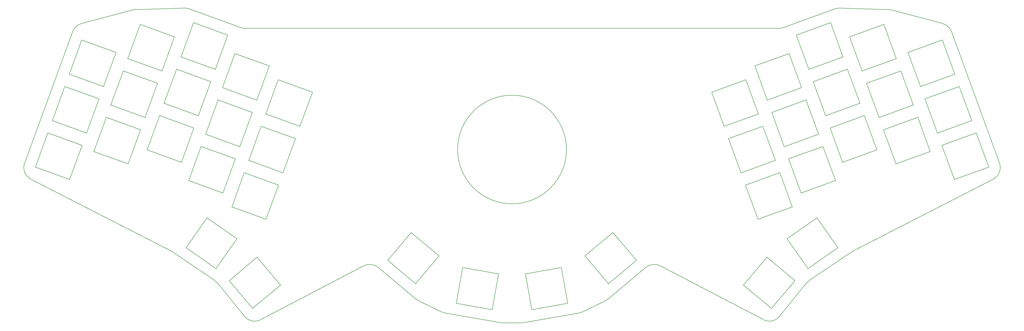
<source format=gbr>
%TF.GenerationSoftware,KiCad,Pcbnew,8.0.1*%
%TF.CreationDate,2024-05-01T11:59:45+09:00*%
%TF.ProjectId,top_plate,746f705f-706c-4617-9465-2e6b69636164,v1.0.0*%
%TF.SameCoordinates,Original*%
%TF.FileFunction,Profile,NP*%
%FSLAX46Y46*%
G04 Gerber Fmt 4.6, Leading zero omitted, Abs format (unit mm)*
G04 Created by KiCad (PCBNEW 8.0.1) date 2024-05-01 11:59:45*
%MOMM*%
%LPD*%
G01*
G04 APERTURE LIST*
%TA.AperFunction,Profile*%
%ADD10C,0.150000*%
%TD*%
G04 APERTURE END LIST*
D10*
X18434528Y-120598774D02*
X36885667Y-69904687D01*
X40290707Y-66784979D02*
X59679596Y-61592636D01*
X60815842Y-61424916D02*
X79782925Y-60828384D01*
X81650202Y-61127450D02*
X101398269Y-68315159D01*
X103108369Y-68616695D02*
X308584240Y-68616695D01*
X310294340Y-68315159D02*
X330042407Y-61127450D01*
X331909684Y-60828384D02*
X350876767Y-61424916D01*
X352013013Y-61592636D02*
X371401902Y-66784979D01*
X374806942Y-69904687D02*
X393258081Y-120598774D01*
X390843997Y-126756527D02*
X337551219Y-154128475D01*
X337046860Y-154426074D02*
X320830467Y-165323110D01*
X320830467Y-165323110D02*
X318564495Y-167374438D01*
X318564495Y-167374438D02*
X308711200Y-179631799D01*
X302495340Y-180928905D02*
X262837672Y-160169025D01*
X257304855Y-160768566D02*
X242823038Y-172920253D01*
X241814691Y-173577276D02*
X233018705Y-177900720D01*
X231681355Y-178337514D02*
X210299156Y-182107773D01*
X209430915Y-182183734D02*
X202261694Y-182183734D01*
X201393453Y-182107773D02*
X180011254Y-178337514D01*
X178673904Y-177900720D02*
X169877918Y-173577276D01*
X168869571Y-172920253D02*
X154387754Y-160768566D01*
X148854937Y-160169025D02*
X109197269Y-180928905D01*
X102981409Y-179631799D02*
X93128114Y-167374438D01*
X93128114Y-167374438D02*
X90862142Y-165323110D01*
X90862142Y-165323110D02*
X74645749Y-154426074D01*
X74141390Y-154128475D02*
X20848612Y-126756527D01*
X36885668Y-69904688D02*
G75*
G02*
X40290707Y-66784980I4698462J-1710100D01*
G01*
X59679596Y-61592637D02*
G75*
G02*
X60815842Y-61424917I1293423J-4829808D01*
G01*
X79782925Y-60828384D02*
G75*
G02*
X81650202Y-61127450I157177J-4997529D01*
G01*
X103108370Y-68616696D02*
G75*
G02*
X101398269Y-68315159I-1J5000001D01*
G01*
X310294341Y-68315157D02*
G75*
G02*
X308584240Y-68616694I-1710101J4698462D01*
G01*
X330042407Y-61127451D02*
G75*
G02*
X331909684Y-60828385I1710100J-4698462D01*
G01*
X350876767Y-61424916D02*
G75*
G02*
X352013013Y-61592636I-157177J-4997529D01*
G01*
X371401901Y-66784980D02*
G75*
G02*
X374806941Y-69904687I-1293422J-4829808D01*
G01*
X393258081Y-120598773D02*
G75*
G02*
X390843997Y-126756527I-4698463J-1710101D01*
G01*
X337046861Y-154426075D02*
G75*
G02*
X337551219Y-154128476I2788737J-4150052D01*
G01*
X308711200Y-179631799D02*
G75*
G02*
X302495340Y-180928905I-3896981J3132657D01*
G01*
X257304856Y-160768567D02*
G75*
G02*
X262837672Y-160169026I3213937J-3830221D01*
G01*
X242823038Y-172920254D02*
G75*
G02*
X241814691Y-173577276I-3213938J3830223D01*
G01*
X233018706Y-177900720D02*
G75*
G02*
X231681355Y-178337514I-2205592J4487245D01*
G01*
X210299156Y-182107773D02*
G75*
G02*
X209430915Y-182183734I-868241J4924039D01*
G01*
X202261694Y-182183734D02*
G75*
G02*
X201393453Y-182107773I0J5000000D01*
G01*
X180011255Y-178337514D02*
G75*
G02*
X178673904Y-177900720I868240J4924039D01*
G01*
X169877917Y-173577276D02*
G75*
G02*
X168869571Y-172920253I2205592J4487245D01*
G01*
X148854937Y-160169025D02*
G75*
G02*
X154387754Y-160768566I2318879J-4429763D01*
G01*
X109197269Y-180928905D02*
G75*
G02*
X102981409Y-179631799I-2318879J4429763D01*
G01*
X74141390Y-154128476D02*
G75*
G02*
X74645748Y-154426075I-2284379J-4447651D01*
G01*
X20848613Y-126756526D02*
G75*
G02*
X18434529Y-120598774I2284378J4447652D01*
G01*
X22591663Y-122100356D02*
X35766153Y-126895479D01*
X35766153Y-126895479D02*
X40561276Y-113720988D01*
X40561276Y-113720988D02*
X27386785Y-108925866D01*
X27386785Y-108925866D02*
X22591663Y-122100356D01*
X29107146Y-104199212D02*
X42281637Y-108994334D01*
X42281637Y-108994334D02*
X47076759Y-95819844D01*
X47076759Y-95819844D02*
X33902269Y-91024721D01*
X33902269Y-91024721D02*
X29107146Y-104199212D01*
X35622630Y-86298067D02*
X48797121Y-91093190D01*
X48797121Y-91093190D02*
X53592243Y-77918699D01*
X53592243Y-77918699D02*
X40417753Y-73123577D01*
X40417753Y-73123577D02*
X35622630Y-86298067D01*
X45053646Y-116085039D02*
X58228136Y-120880161D01*
X58228136Y-120880161D02*
X63023259Y-107705671D01*
X63023259Y-107705671D02*
X49848768Y-102910548D01*
X49848768Y-102910548D02*
X45053646Y-116085039D01*
X51569129Y-98183894D02*
X64743620Y-102979017D01*
X64743620Y-102979017D02*
X69538742Y-89804526D01*
X69538742Y-89804526D02*
X56364252Y-85009404D01*
X56364252Y-85009404D02*
X51569129Y-98183894D01*
X58084613Y-80282750D02*
X71259104Y-85077872D01*
X71259104Y-85077872D02*
X76054226Y-71903382D01*
X76054226Y-71903382D02*
X62879736Y-67108259D01*
X62879736Y-67108259D02*
X58084613Y-80282750D01*
X65560984Y-115440065D02*
X78735474Y-120235187D01*
X78735474Y-120235187D02*
X83530597Y-107060697D01*
X83530597Y-107060697D02*
X70356106Y-102265574D01*
X70356106Y-102265574D02*
X65560984Y-115440065D01*
X72076467Y-97538920D02*
X85250958Y-102334043D01*
X85250958Y-102334043D02*
X90046080Y-89159552D01*
X90046080Y-89159552D02*
X76871590Y-84364430D01*
X76871590Y-84364430D02*
X72076467Y-97538920D01*
X78591951Y-79637776D02*
X91766442Y-84432898D01*
X91766442Y-84432898D02*
X96561564Y-71258408D01*
X96561564Y-71258408D02*
X83387073Y-66463285D01*
X83387073Y-66463285D02*
X78591951Y-79637776D01*
X81507483Y-127325892D02*
X94681974Y-132121014D01*
X94681974Y-132121014D02*
X99477096Y-118946524D01*
X99477096Y-118946524D02*
X86302605Y-114151401D01*
X86302605Y-114151401D02*
X81507483Y-127325892D01*
X88022967Y-109424747D02*
X101197457Y-114219870D01*
X101197457Y-114219870D02*
X105992580Y-101045379D01*
X105992580Y-101045379D02*
X92818089Y-96250257D01*
X92818089Y-96250257D02*
X88022967Y-109424747D01*
X94538450Y-91523603D02*
X107712941Y-96318725D01*
X107712941Y-96318725D02*
X112508063Y-83144235D01*
X112508063Y-83144235D02*
X99333573Y-78349112D01*
X99333573Y-78349112D02*
X94538450Y-91523603D01*
X98105531Y-137421605D02*
X111280021Y-142216727D01*
X111280021Y-142216727D02*
X116075144Y-129042236D01*
X116075144Y-129042236D02*
X102900653Y-124247114D01*
X102900653Y-124247114D02*
X98105531Y-137421605D01*
X104621014Y-119520460D02*
X117795505Y-124315583D01*
X117795505Y-124315583D02*
X122590627Y-111141092D01*
X122590627Y-111141092D02*
X109416137Y-106345970D01*
X109416137Y-106345970D02*
X104621014Y-119520460D01*
X111136498Y-101619316D02*
X124310989Y-106414438D01*
X124310989Y-106414438D02*
X129106111Y-93239947D01*
X129106111Y-93239947D02*
X115931620Y-88444825D01*
X115931620Y-88444825D02*
X111136498Y-101619316D01*
X80558158Y-153177037D02*
X92042669Y-161218578D01*
X92042669Y-161218578D02*
X100084211Y-149734067D01*
X100084211Y-149734067D02*
X88599699Y-141692525D01*
X88599699Y-141692525D02*
X80558158Y-153177037D01*
X97089180Y-165867905D02*
X106101062Y-176607849D01*
X106101062Y-176607849D02*
X116841005Y-167595966D01*
X116841005Y-167595966D02*
X107829123Y-156856023D01*
X107829123Y-156856023D02*
X97089180Y-165867905D01*
X158049180Y-158070966D02*
X168789123Y-167082849D01*
X168789123Y-167082849D02*
X177801005Y-156342905D01*
X177801005Y-156342905D02*
X167061062Y-147331023D01*
X167061062Y-147331023D02*
X158049180Y-158070966D01*
X184431920Y-174628811D02*
X198238925Y-177063359D01*
X198238925Y-177063359D02*
X200673472Y-163256354D01*
X200673472Y-163256354D02*
X186866468Y-160821807D01*
X186866468Y-160821807D02*
X184431920Y-174628811D01*
X375926456Y-126895479D02*
X389100946Y-122100356D01*
X389100946Y-122100356D02*
X384305824Y-108925866D01*
X384305824Y-108925866D02*
X371131333Y-113720988D01*
X371131333Y-113720988D02*
X375926456Y-126895479D01*
X369410972Y-108994334D02*
X382585463Y-104199212D01*
X382585463Y-104199212D02*
X377790340Y-91024721D01*
X377790340Y-91024721D02*
X364615850Y-95819844D01*
X364615850Y-95819844D02*
X369410972Y-108994334D01*
X362895488Y-91093190D02*
X376069979Y-86298067D01*
X376069979Y-86298067D02*
X371274857Y-73123577D01*
X371274857Y-73123577D02*
X358100366Y-77918699D01*
X358100366Y-77918699D02*
X362895488Y-91093190D01*
X353464473Y-120880161D02*
X366638963Y-116085039D01*
X366638963Y-116085039D02*
X361843841Y-102910548D01*
X361843841Y-102910548D02*
X348669350Y-107705671D01*
X348669350Y-107705671D02*
X353464473Y-120880161D01*
X346948989Y-102979017D02*
X360123480Y-98183894D01*
X360123480Y-98183894D02*
X355328357Y-85009404D01*
X355328357Y-85009404D02*
X342153867Y-89804526D01*
X342153867Y-89804526D02*
X346948989Y-102979017D01*
X340433505Y-85077872D02*
X353607996Y-80282750D01*
X353607996Y-80282750D02*
X348812874Y-67108259D01*
X348812874Y-67108259D02*
X335638383Y-71903382D01*
X335638383Y-71903382D02*
X340433505Y-85077872D01*
X332957135Y-120235187D02*
X346131625Y-115440065D01*
X346131625Y-115440065D02*
X341336503Y-102265574D01*
X341336503Y-102265574D02*
X328162012Y-107060697D01*
X328162012Y-107060697D02*
X332957135Y-120235187D01*
X326441651Y-102334043D02*
X339616142Y-97538920D01*
X339616142Y-97538920D02*
X334821019Y-84364430D01*
X334821019Y-84364430D02*
X321646529Y-89159552D01*
X321646529Y-89159552D02*
X326441651Y-102334043D01*
X319926167Y-84432898D02*
X333100658Y-79637776D01*
X333100658Y-79637776D02*
X328305536Y-66463285D01*
X328305536Y-66463285D02*
X315131045Y-71258408D01*
X315131045Y-71258408D02*
X319926167Y-84432898D01*
X317010636Y-132121014D02*
X330185126Y-127325892D01*
X330185126Y-127325892D02*
X325390004Y-114151401D01*
X325390004Y-114151401D02*
X312215513Y-118946524D01*
X312215513Y-118946524D02*
X317010636Y-132121014D01*
X310495152Y-114219870D02*
X323669642Y-109424747D01*
X323669642Y-109424747D02*
X318874520Y-96250257D01*
X318874520Y-96250257D02*
X305700029Y-101045379D01*
X305700029Y-101045379D02*
X310495152Y-114219870D01*
X303979668Y-96318725D02*
X317154159Y-91523603D01*
X317154159Y-91523603D02*
X312359036Y-78349112D01*
X312359036Y-78349112D02*
X299184546Y-83144235D01*
X299184546Y-83144235D02*
X303979668Y-96318725D01*
X300412588Y-142216727D02*
X313587078Y-137421605D01*
X313587078Y-137421605D02*
X308791956Y-124247114D01*
X308791956Y-124247114D02*
X295617465Y-129042236D01*
X295617465Y-129042236D02*
X300412588Y-142216727D01*
X293897104Y-124315583D02*
X307071595Y-119520460D01*
X307071595Y-119520460D02*
X302276472Y-106345970D01*
X302276472Y-106345970D02*
X289101982Y-111141092D01*
X289101982Y-111141092D02*
X293897104Y-124315583D01*
X287381620Y-106414438D02*
X300556111Y-101619316D01*
X300556111Y-101619316D02*
X295760989Y-88444825D01*
X295760989Y-88444825D02*
X282586498Y-93239947D01*
X282586498Y-93239947D02*
X287381620Y-106414438D01*
X319649940Y-161218578D02*
X331134451Y-153177037D01*
X331134451Y-153177037D02*
X323092910Y-141692525D01*
X323092910Y-141692525D02*
X311608398Y-149734067D01*
X311608398Y-149734067D02*
X319649940Y-161218578D01*
X305591547Y-176607849D02*
X314603429Y-165867905D01*
X314603429Y-165867905D02*
X303863486Y-156856023D01*
X303863486Y-156856023D02*
X294851604Y-167595966D01*
X294851604Y-167595966D02*
X305591547Y-176607849D01*
X242903486Y-167082849D02*
X253643429Y-158070966D01*
X253643429Y-158070966D02*
X244631547Y-147331023D01*
X244631547Y-147331023D02*
X233891604Y-156342905D01*
X233891604Y-156342905D02*
X242903486Y-167082849D01*
X213453684Y-177063359D02*
X227260689Y-174628811D01*
X227260689Y-174628811D02*
X224826141Y-160821807D01*
X224826141Y-160821807D02*
X211019137Y-163256354D01*
X211019137Y-163256354D02*
X213453684Y-177063359D01*
X226776305Y-115330776D02*
G75*
G02*
X184916305Y-115330776I-20930000J0D01*
G01*
X184916305Y-115330776D02*
G75*
G02*
X226776305Y-115330776I20930000J0D01*
G01*
M02*

</source>
